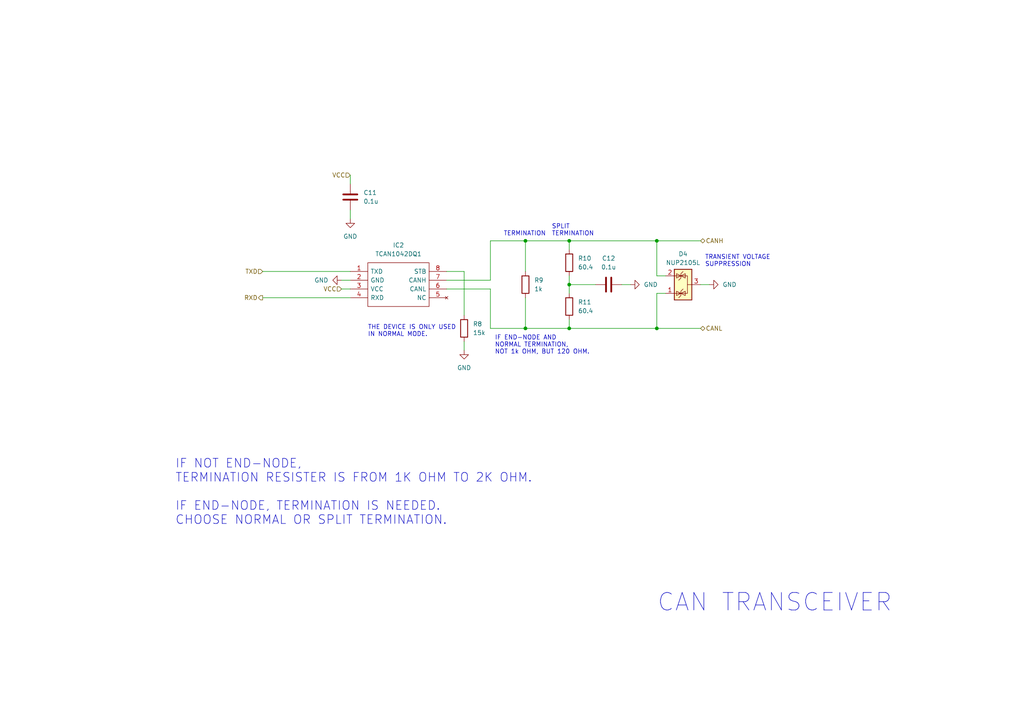
<source format=kicad_sch>
(kicad_sch (version 20230121) (generator eeschema)
  (paper "A4")
  (lib_symbols
    (symbol "Device:C" (pin_numbers hide) (pin_names (offset 0.254))
      (property "Reference" "C" (at 0.635 2.54 0))
      (property "Value" "C" (at 0.635 -2.54 0))
      (symbol "C_0_1"
        (polyline (pts (xy -2.032 -0.762) (xy 2.032 -0.762)) (stroke (width 0.508)))
        (polyline (pts (xy -2.032 0.762) (xy 2.032 0.762)) (stroke (width 0.508)))
      )
      (symbol "C_1_1"
        (pin passive line (at 0 3.81 270) (length 2.794) (name "~") (number "1"))
        (pin passive line (at 0 -3.81 90) (length 2.794) (name "~") (number "2"))
      )
    )
    (symbol "Device:R" (pin_numbers hide) (pin_names (offset 0))
      (property "Reference" "R" (at 2.032 0 90))
      (property "Value" "R" (at 0 0 90))
      (symbol "R_0_1"
        (rectangle (start -1.016 -2.54) (end 1.016 2.54) (stroke (width 0.254)))
      )
      (symbol "R_1_1"
        (pin passive line (at 0 3.81 270) (length 1.27) (name "~") (number "1"))
        (pin passive line (at 0 -3.81 90) (length 1.27) (name "~") (number "2"))
      )
    )
    (symbol "Power_Protection:NUP2105L" (pin_names hide)
      (property "Reference" "D" (at 5.715 2.54 0))
      (property "Value" "NUP2105L" (at 5.715 0.635 0))
      (symbol "NUP2105L_0_0"
        (pin passive line (at 0 -5.08 90) (length 2.54) (name "A") (number "3"))
      )
      (symbol "NUP2105L_0_1"
        (rectangle (start -4.445 2.54) (end 4.445 -2.54) (stroke (width 0.254)) (fill (type background)))
        (polyline (pts (xy -2.54 2.54) (xy -2.54 0.635)))
        (polyline (pts (xy 0 -1.27) (xy 0 -2.54)))
        (polyline (pts (xy 2.54 2.54) (xy 2.54 0.635)))
        (polyline (pts (xy -3.81 1.27) (xy -3.175 0.635) (xy -1.905 0.635) (xy -1.27 0)))
        (polyline (pts (xy -2.54 0.635) (xy -2.54 -1.27) (xy 2.54 -1.27) (xy 2.54 0.635)))
        (polyline (pts (xy -2.54 0.635) (xy -1.905 -0.635) (xy -3.175 -0.635) (xy -2.54 0.635)))
        (polyline (pts (xy 2.54 0.635) (xy 1.905 -0.635) (xy 3.175 -0.635) (xy 2.54 0.635)))
        (polyline (pts (xy 2.54 0.635) (xy 3.175 1.905) (xy 1.905 1.905) (xy 2.54 0.635)))
        (polyline (pts (xy -2.54 0.635) (xy -3.175 1.905) (xy -1.905 1.905) (xy -2.54 0.635) (xy -2.54 1.27)))
        (polyline (pts (xy 1.27 1.27) (xy 1.905 0.635) (xy 2.54 0.635) (xy 3.175 0.635) (xy 3.81 0)))
      )
      (symbol "NUP2105L_1_1"
        (pin passive line (at -2.54 5.08 270) (length 2.54) (name "K") (number "1"))
        (pin passive line (at 2.54 5.08 270) (length 2.54) (name "K") (number "2"))
      )
    )
    (symbol "SamacSys_Parts:TCAN1042DQ1" (pin_names (offset 0.762))
      (property "Reference" "IC" (at 24.13 7.62 0))
      (property "Value" "TCAN1042DQ1" (at 24.13 5.08 0))
      (symbol "TCAN1042DQ1_0_0"
        (pin input line (at 0 0 0) (length 5.08) (name "TXD") (number "1"))
        (pin power_in line (at 0 -2.54 0) (length 5.08) (name "GND") (number "2"))
        (pin power_in line (at 0 -5.08 0) (length 5.08) (name "VCC") (number "3"))
        (pin output line (at 0 -7.62 0) (length 5.08) (name "RXD") (number "4"))
        (pin no_connect line (at 27.94 -7.62 180) (length 5.08) (name "NC") (number "5"))
        (pin bidirectional line (at 27.94 -5.08 180) (length 5.08) (name "CANL") (number "6"))
        (pin bidirectional line (at 27.94 -2.54 180) (length 5.08) (name "CANH") (number "7"))
        (pin input line (at 27.94 0 180) (length 5.08) (name "STB") (number "8"))
      )
      (symbol "TCAN1042DQ1_0_1"
        (polyline (pts (xy 5.08 2.54) (xy 22.86 2.54) (xy 22.86 -10.16) (xy 5.08 -10.16) (xy 5.08 2.54)) (stroke (width 0.1524)))
      )
    )
    (symbol "power:GND" (power) (pin_names (offset 0))
      (property "Value" "GND" (at 0 -3.81 0))
      (symbol "GND_0_1"
        (polyline (pts (xy 0 0) (xy 0 -1.27) (xy 1.27 -1.27) (xy 0 -2.54) (xy -1.27 -1.27) (xy 0 -1.27)))
      )
      (symbol "GND_1_1"
        (pin power_in line (at 0 0 270) (length 0) hide (name "GND") (number "1"))
      )
    )
  )
  (junction (at 152.4 69.85))
  (junction (at 165.1 69.85))
  (junction (at 190.5 69.85))
  (junction (at 152.4 95.25))
  (junction (at 165.1 82.55))
  (junction (at 165.1 95.25))
  (junction (at 190.5 95.25))
  (wire (pts (xy 165.1 69.85) (xy 165.1 72.39)))
  (wire (pts (xy 193.04 85.09) (xy 190.5 85.09)))
  (wire (pts (xy 76.2 78.74) (xy 101.6 78.74)))
  (wire (pts (xy 190.5 95.25) (xy 203.2 95.25)))
  (wire (pts (xy 76.2 86.36) (xy 101.6 86.36)))
  (wire (pts (xy 190.5 80.01) (xy 190.5 69.85)))
  (wire (pts (xy 101.6 60.96) (xy 101.6 63.5)))
  (wire (pts (xy 205.74 82.55) (xy 203.2 82.55)))
  (wire (pts (xy 142.24 83.82) (xy 142.24 95.25)))
  (wire (pts (xy 172.72 82.55) (xy 165.1 82.55)))
  (wire (pts (xy 165.1 82.55) (xy 165.1 85.09)))
  (wire (pts (xy 152.4 95.25) (xy 165.1 95.25)))
  (wire (pts (xy 152.4 69.85) (xy 165.1 69.85)))
  (wire (pts (xy 190.5 95.25) (xy 165.1 95.25)))
  (wire (pts (xy 142.24 95.25) (xy 152.4 95.25)))
  (wire (pts (xy 129.54 83.82) (xy 142.24 83.82)))
  (wire (pts (xy 190.5 85.09) (xy 190.5 95.25)))
  (wire (pts (xy 165.1 80.01) (xy 165.1 82.55)))
  (wire (pts (xy 190.5 69.85) (xy 165.1 69.85)))
  (wire (pts (xy 142.24 69.85) (xy 152.4 69.85)))
  (wire (pts (xy 134.62 99.06) (xy 134.62 101.6)))
  (wire (pts (xy 142.24 81.28) (xy 142.24 69.85)))
  (wire (pts (xy 165.1 95.25) (xy 165.1 92.71)))
  (wire (pts (xy 190.5 69.85) (xy 203.2 69.85)))
  (wire (pts (xy 129.54 81.28) (xy 142.24 81.28)))
  (wire (pts (xy 99.06 81.28) (xy 101.6 81.28)))
  (wire (pts (xy 152.4 86.36) (xy 152.4 95.25)))
  (wire (pts (xy 193.04 80.01) (xy 190.5 80.01)))
  (wire (pts (xy 129.54 78.74) (xy 134.62 78.74)))
  (wire (pts (xy 99.06 83.82) (xy 101.6 83.82)))
  (wire (pts (xy 101.6 50.8) (xy 101.6 53.34)))
  (wire (pts (xy 152.4 69.85) (xy 152.4 78.74)))
  (wire (pts (xy 134.62 78.74) (xy 134.62 91.44)))
  (wire (pts (xy 182.88 82.55) (xy 180.34 82.55)))
  (text "TRANSIENT VOLTAGE\nSUPPRESSION" (at 204.47 77.47 0) (effects (font (size 1.27 1.27)) (justify left bottom)))
  (text "IF NOT END-NODE,\nTERMINATION RESISTER IS FROM 1K OHM TO 2K OHM.\n\nIF END-NODE, TERMINATION IS NEEDED.\nCHOOSE NORMAL OR SPLIT TERMINATION." (at 50.8 152.4 0) (effects (font (size 2.54 2.54)) (justify left bottom)))
  (text "IF END-NODE AND\nNORMAL TERMINATION,\nNOT 1k OHM, BUT 120 OHM." (at 143.51 102.87 0) (effects (font (size 1.27 1.27)) (justify left bottom)))
  (text "TERMINATION" (at 146.05 68.58 0) (effects (font (size 1.27 1.27)) (justify left bottom)))
  (text "SPLIT\nTERMINATION" (at 160.02 68.58 0) (effects (font (size 1.27 1.27)) (justify left bottom)))
  (text "CAN TRANSCEIVER" (at 190.5 177.8 0) (effects (font (size 5.08 5.08)) (justify left bottom)))
  (text "THE DEVICE IS ONLY USED\nIN NORMAL MODE." (at 106.68 97.79 0) (effects (font (size 1.27 1.27)) (justify left bottom)))
  (hierarchical_label "VCC" (shape input) (at 99.06 83.82 180))
  (hierarchical_label "CANL" (shape bidirectional) (at 203.2 95.25 0))
  (hierarchical_label "TXD" (shape input) (at 76.2 78.74 180))
  (hierarchical_label "CANH" (shape bidirectional) (at 203.2 69.85 0))
  (hierarchical_label "RXD" (shape output) (at 76.2 86.36 180))
  (hierarchical_label "VCC" (shape input) (at 101.6 50.8 180))
  (symbol (lib_id "Device:R") (at 152.4 82.55 0) (unit 1)
    (property "Reference" "R9" (at 154.94 81.28 0) (effects (justify left)))
    (property "Value" "1k" (at 154.94 83.82 0) (effects (justify left)))
    (property "Footprint" "Resistor_SMD:R_0603_1608Metric" (effects hide))
    (property "発注先" "Digi-Key" (effects hide))
  )
  (symbol (lib_id "power:GND") (at 182.88 82.55 90) (unit 1)
    (property "Reference" "#PWR030" (effects hide))
    (property "Value" "GND" (at 186.69 82.55 90) (effects (justify right)))
  )
  (symbol (lib_id "Device:C") (at 101.6 57.15 0) (unit 1)
    (property "Reference" "C11" (at 105.41 55.88 0) (effects (justify left)))
    (property "Value" "0.1u" (at 105.41 58.42 0) (effects (justify left)))
    (property "Footprint" "Capacitor_SMD:C_0603_1608Metric" (effects hide))
    (property "発注先" "Digi-Key" (effects hide))
  )
  (symbol (lib_id "power:GND") (at 134.62 101.6 0) (unit 1)
    (property "Reference" "#PWR029" (effects hide))
    (property "Value" "GND" (at 134.62 106.68 0))
  )
  (symbol (lib_id "power:GND") (at 99.06 81.28 270) (unit 1)
    (property "Reference" "#PWR027" (effects hide))
    (property "Value" "GND" (at 95.25 81.28 90) (effects (justify right)))
  )
  (symbol (lib_id "Device:C") (at 176.53 82.55 90) (unit 1)
    (property "Reference" "C12" (at 176.53 74.93 90))
    (property "Value" "0.1u" (at 176.53 77.47 90))
    (property "Footprint" "Capacitor_SMD:C_0603_1608Metric" (effects hide))
    (property "発注先" "Digi-Key" (effects hide))
  )
  (symbol (lib_id "Device:R") (at 165.1 88.9 0) (unit 1)
    (property "Reference" "R11" (at 167.64 87.63 0) (effects (justify left)))
    (property "Value" "60.4" (at 167.64 90.17 0) (effects (justify left)))
    (property "Footprint" "Resistor_SMD:R_0603_1608Metric" (effects hide))
    (property "発注先" "Digi-Key" (effects hide))
  )
  (symbol (lib_id "power:GND") (at 205.74 82.55 90) (unit 1)
    (property "Reference" "#PWR031" (effects hide))
    (property "Value" "GND" (at 209.55 82.55 90) (effects (justify right)))
  )
  (symbol (lib_id "Device:R") (at 134.62 95.25 0) (unit 1)
    (property "Reference" "R8" (at 137.16 93.98 0) (effects (justify left)))
    (property "Value" "15k" (at 137.16 96.52 0) (effects (justify left)))
    (property "Footprint" "Resistor_SMD:R_0603_1608Metric" (effects hide))
    (property "発注先" "Digi-Key" (effects hide))
  )
  (symbol (lib_id "SamacSys_Parts:TCAN1042DQ1") (at 101.6 78.74 0) (unit 1)
    (property "Reference" "IC2" (at 115.57 71.12 0))
    (property "Value" "TCAN1042DQ1" (at 115.57 73.66 0))
    (property "Footprint" "SOIC127P600X175-8N" (effects hide))
    (property "Datasheet" "http://www.ti.com/lit/gpn/tcan1042-q1" (effects hide))
    (property "Description" "Automotive Fault Protected CAN Transceiver With Flexible Data-Rate" (effects hide))
    (property "Height" "1.75" (effects hide))
    (property "Manufacturer_Name" "Texas Instruments" (effects hide))
    (property "Manufacturer_Part_Number" "TCAN1042DQ1" (effects hide))
    (property "Mouser Part Number" "595-TCAN1042DQ1" (effects hide))
    (property "Mouser Price/Stock" "https://www.mouser.co.uk/ProductDetail/Texas-Instruments/TCAN1042DQ1?qs=yDQnu9hAfI%252Bl0UhhA7Z96A%3D%3D" (effects hide))
    (property "Arrow Part Number" "TCAN1042DQ1" (effects hide))
    (property "Arrow Price/Stock" "https://www.arrow.com/en/products/tcan1042dq1/texas-instruments" (effects hide))
    (property "発注先" "Digi-Key" (effects hide))
    (instances (project "main-ECU-board" (path "" (reference "IC2") (unit 1)) (path "" (reference "IC1") (unit 1))))
  )
  (symbol (lib_id "Power_Protection:NUP2105L") (at 198.12 82.55 90) (unit 1)
    (property "Reference" "D4" (at 198.12 73.66 90))
    (property "Value" "NUP2105L" (at 198.12 76.2 90))
    (property "Footprint" "Package_TO_SOT_SMD:SOT-23" (effects hide))
    (property "Datasheet" "http://www.onsemi.com/pub_link/Collateral/NUP2105L-D.PDF" (effects hide))
    (property "発注先" "MOUSER" (effects hide))
  )
  (symbol (lib_id "power:GND") (at 101.6 63.5 0) (unit 1)
    (property "Reference" "#PWR028" (effects hide))
    (property "Value" "GND" (at 101.6 68.58 0))
  )
  (symbol (lib_id "Device:R") (at 165.1 76.2 0) (unit 1)
    (property "Reference" "R10" (at 167.64 74.93 0) (effects (justify left)))
    (property "Value" "60.4" (at 167.64 77.47 0) (effects (justify left)))
    (property "Footprint" "Resistor_SMD:R_0603_1608Metric" (effects hide))
    (property "発注先" "Digi-Key" (effects hide))
  )
)
</source>
